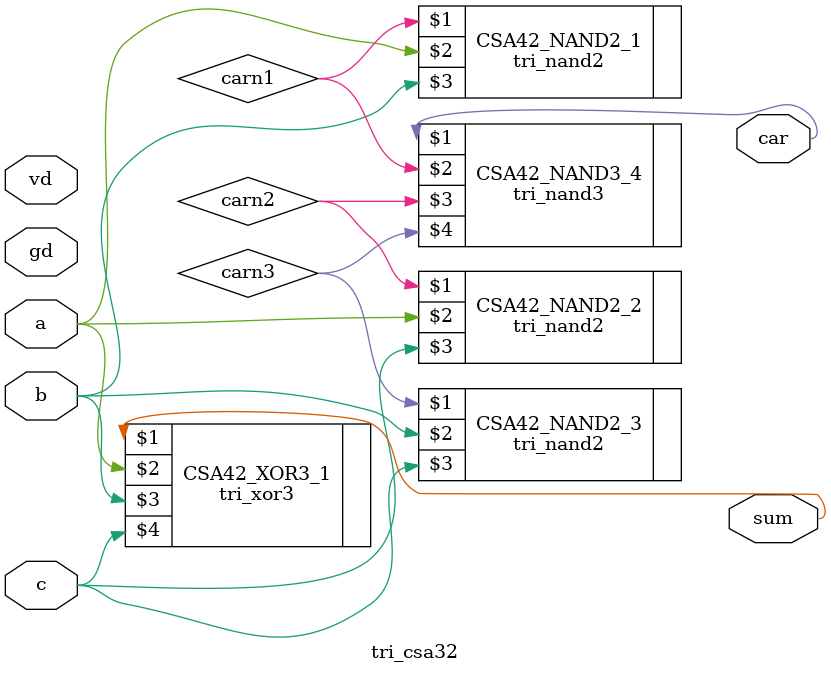
<source format=v>


module tri_csa32(
   a,
   b,
   c,
   car,
   sum,
   vd,
   gd
);
   input   a;
   input   b;
   input   c;
   output  car;
   output  sum;
   (* ANALYSIS_NOT_ASSIGNED="TRUE" *)
   (* ANALYSIS_NOT_REFERENCED="TRUE" *)
   inout   vd;
   (* ANALYSIS_NOT_ASSIGNED="TRUE" *)
   (* ANALYSIS_NOT_REFERENCED="TRUE" *)
   inout   gd;

   wire    carn1;
   wire    carn2;
   wire    carn3;

//   assign sum = a ^ b ^ c;
   tri_xor3 CSA42_XOR3_1(sum, a, b, c);

//   assign car = (a & b) | (a & c) | (b & c);
   tri_nand2 CSA42_NAND2_1(carn1, a, b);
   tri_nand2 CSA42_NAND2_2(carn2, a, c);
   tri_nand2 CSA42_NAND2_3(carn3, b, c);
   tri_nand3 CSA42_NAND3_4(car, carn1, carn2, carn3);


endmodule

</source>
